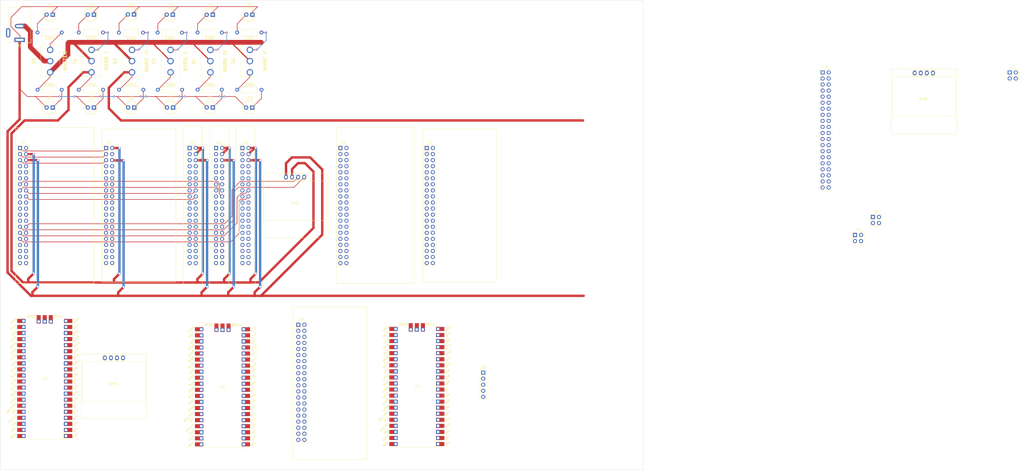
<source format=kicad_pcb>
(kicad_pcb (version 20211014) (generator pcbnew)
  (layers (0 "F.Cu" signal) (31 "B.Cu" signal) (34 "B.Paste" user) (35 "F.Paste" user) (36 "B.SilkS" user "B.Silkscreen") (37 "F.SilkS" user "F.Silkscreen") (38 "B.Mask" user) (39 "F.Mask" user) (44 "Edge.Cuts" user))
  (net 0 "")
  (net 1 "Net-(Brd1-Pad4)")
  (net 2 "Net-(Brd1-Pad3)")
  (net 3 "Net-(Brd1-Pad1)")
  (net 4 "VBUS")
  (net 5 "/SDA 02")
  (net 6 "/SCL 02")
  (net 7 "GND")
  (net 8 "Net-(D1-Pad2)")
  (net 9 "Net-(D2-Pad1)")
  (net 10 "Net-(D3-Pad2)")
  (net 11 "Net-(D4-Pad1)")
  (net 12 "Net-(D5-Pad2)")
  (net 13 "Net-(D6-Pad1)")
  (net 14 "Net-(D7-Pad2)")
  (net 15 "Net-(D8-Pad2)")
  (net 16 "Net-(D9-Pad1)")
  (net 17 "Net-(D10-Pad2)")
  (net 18 "Net-(D11-Pad1)")
  (net 19 "Net-(D13-Pad1)")
  (net 20 "/3.3V")
  (net 22 "/SDA 01")
  (net 23 "/SCL 01")
  (net 30 "/GPIO 27")
  (net 32 "/GPIO 22")
  (net 33 "/GPIO 23")
  (net 35 "/GPIO 24")
  (net 44 "/GPIO 5")
  (net 46 "/GPIO 6")
  (net 69 "/SPI0 MOSI")
  (net 71 "/SPI0 MISO")
  (net 73 "/SPI0 SCLK")
  (net 74 "/Chip Select")
  (net 194 "Net-(J7-Pad1)")
  (net 195 "Net-(J7-Pad2)")
  (net 196 "Net-(J7-Pad3)")
  (net 197 "Net-(J7-Pad4)")
  (net 198 "Net-(J8-Pad1)")
  (net 199 "Net-(J8-Pad2)")
  (net 200 "Net-(J8-Pad3)")
  (net 201 "Net-(J8-Pad4)")
  (net 240 "Net-(J10-Pad1)")
  (net 241 "Net-(J10-Pad2)")
  (net 242 "Net-(J10-Pad3)")
  (net 243 "Net-(J10-Pad4)")
  (net 244 "Net-(J11-Pad1)")
  (net 245 "Net-(J11-Pad2)")
  (net 246 "Net-(J11-Pad3)")
  (net 317 "Net-(R1-Pad2)")
  (net 318 "Net-(R3-Pad2)")
  (net 319 "Net-(R5-Pad2)")
  (net 320 "Net-(R7-Pad2)")
  (net 321 "Net-(R9-Pad2)")
  (net 322 "Net-(R10-Pad2)")
  (net 406 "Net-(U3-Pad21)")
  (net 407 "Net-(U3-Pad22)")
  (net 422 "Net-(J14-Pad1)")
  (net 423 "Net-(U3-Pad38)")
  (footprint "LED_THT:LED_D5.0mm" (layer "F.Cu") (at 119.194137 22.4802 180)
    (fp_text reference "D10")
    (fp_text value "LED")
  )
  (footprint "Connector_PinHeader_2.54mm:PinHeader_2x20_P2.54mm_Vertical" (layer "F.Cu") (at 21.844 78.4225)
    (fp_text reference "J2")
    (fp_text value "Raspberry Pi Zero W2")
  )
  (footprint "M2012SA1W03:M2012SA1W03" (layer "F.Cu") (at 84.9122 37.262 180)
    (fp_text reference "S2")
    (fp_text value "MARK II" hide)
  )
  (footprint "Pico:RPi_Pico_SMD_TH" (layer "F.Cu") (at 106.68 178.5595 180)
    (fp_text reference "U3")
    (fp_text value "Pico")
  )
  (footprint "LED_THT:LED_D5.0mm" (layer "F.Cu") (at 119.126 61.4438 180)
    (fp_text reference "D13")
    (fp_text value "LED")
  )
  (footprint "SSD1306:128x64OLED" (layer "F.Cu") (at 400.274 57.556)
    (fp_text reference "Brd3")
    (fp_text value "SSD1306")
  )
  (footprint "SSD1306:128x64OLED" (layer "F.Cu") (at 60.9902 177.011)
    (fp_text reference "Brd1")
    (fp_text value "SSD1306")
  )
  (footprint "Resistor_THT:R_Axial_DIN0207_L6.3mm_D2.5mm_P10.16mm_Horizontal" (layer "F.Cu") (at 63.332931 53.9654)
    (fp_text reference "R4")
    (fp_text value "330Ω")
  )
  (footprint "Connector_PinHeader_2.54mm:PinHeader_2x20_P2.54mm_Vertical" (layer "F.Cu") (at 92.9235 78.4225)
    (fp_text reference "J12")
    (fp_text value "Pimoroni BLINKT!")
  )
  (footprint "Resistor_THT:R_Axial_DIN0207_L6.3mm_D2.5mm_P10.16mm_Horizontal" (layer "F.Cu") (at 46.453929 53.9654)
    (fp_text reference "R2")
    (fp_text value "330Ω")
  )
  (footprint "Resistor_THT:R_Axial_DIN0207_L6.3mm_D2.5mm_P10.16mm_Horizontal" (layer "F.Cu") (at 29.167427 29.9586)
    (fp_text reference "R9")
    (fp_text value "330Ω")
  )
  (footprint "Connector_PinHeader_2.54mm:PinHeader_2x20_P2.54mm_Vertical" (layer "F.Cu") (at 103.9725 78.4225)
    (fp_text reference "J13")
    (fp_text value "Pimoroni BLINKT!")
  )
  (footprint "Resistor_THT:R_Axial_DIN0207_L6.3mm_D2.5mm_P10.16mm_Horizontal" (layer "F.Cu") (at 79.502 30.024)
    (fp_text reference "R3")
    (fp_text value "330Ω")
  )
  (footprint "Connector_PinHeader_2.54mm:PinHeader_2x20_P2.54mm_Vertical" (layer "F.Cu") (at 57.912 78.4225)
    (fp_text reference "J4")
    (fp_text value "Adafruit CharliePlex Bonnet")
  )
  (footprint "LED_THT:LED_D5.0mm" (layer "F.Cu") (at 85.951887 61.4438 180)
    (fp_text reference "D6")
    (fp_text value "LED")
  )
  (footprint "Connector_PinHeader_2.54mm:PinHeader_2x20_P2.54mm_Vertical" (layer "F.Cu") (at 156.055 78.411)
    (fp_text reference "J3")
    (fp_text value "Raspberry Pi Zero W2")
  )
  (footprint "Connector_PinHeader_2.54mm:PinHeader_2x20_P2.54mm_Vertical" (layer "F.Cu") (at 358.089 46.721)
    (fp_text reference "J9")
    (fp_text value "Pimoroni Inky pHAT")
  )
  (footprint "Resistor_THT:R_Axial_DIN0207_L6.3mm_D2.5mm_P10.16mm_Horizontal" (layer "F.Cu") (at 79.596887 53.9654)
    (fp_text reference "R6")
    (fp_text value "330Ω")
  )
  (footprint "M2012SA1W03:M2012SA1W03" (layer "F.Cu") (at 101.600398 37.262 180)
    (fp_text reference "S4")
    (fp_text value "MARK IV" hide)
  )
  (footprint "Resistor_THT:R_Axial_DIN0207_L6.3mm_D2.5mm_P10.16mm_Horizontal" (layer "F.Cu") (at 29.167427 53.9654)
    (fp_text reference "R11")
    (fp_text value "330Ω")
  )
  (footprint "Pico:RPi_Pico_SMD_TH" (layer "F.Cu") (at 32.2072 175.059 180)
    (fp_text reference "U2")
    (fp_text value "Pico")
  )
  (footprint "LED_THT:LED_D5.0mm" (layer "F.Cu") (at 69.596 22.404 180)
    (fp_text reference "D5")
    (fp_text value "LED")
  )
  (footprint "LED_THT:LED_D5.0mm" (layer "F.Cu") (at 52.808929 61.4438 180)
    (fp_text reference "D2")
    (fp_text value "LED")
  )
  (footprint "Connector_PinHeader_2.54mm:PinHeader_2x02_P2.54mm_Vertical" (layer "F.Cu") (at 371.639 114.891)
    (fp_text reference "J10")
    (fp_text value "DEBUG PINS")
  )
  (footprint "Resistor_THT:R_Axial_DIN0207_L6.3mm_D2.5mm_P10.16mm_Horizontal" (layer "F.Cu") (at 96.242835 29.984)
    (fp_text reference "R7")
    (fp_text value "330Ω")
  )
  (footprint "Resistor_THT:R_Axial_DIN0207_L6.3mm_D2.5mm_P10.16mm_Horizontal" (layer "F.Cu") (at 96.242835 53.94)
    (fp_text reference "R8")
    (fp_text value "330Ω")
  )
  (footprint "LED_THT:LED_D5.0mm" (layer "F.Cu") (at 69.687931 61.4438 180)
    (fp_text reference "D4")
    (fp_text value "LED")
  )
  (footprint "LED_THT:LED_D5.0mm" (layer "F.Cu") (at 85.852 22.4802 180)
    (fp_text reference "D3")
    (fp_text value "LED")
  )
  (footprint "Connector_PinHeader_2.54mm:PinHeader_2x20_P2.54mm_Vertical" (layer "F.Cu") (at 138.425 152.532)
    (fp_text reference "J14")
    (fp_text value "Adafruit Charlieplex Bonnet")
  )
  (footprint "LED_THT:LED_D5.0mm" (layer "F.Cu") (at 35.522427 61.4438 180)
    (fp_text reference "D11")
    (fp_text value "LED")
  )
  (footprint "Connector_PinHeader_2.54mm:PinHeader_2x20_P2.54mm_Vertical" (layer "F.Cu") (at 115.0215 78.4225)
    (fp_text reference "J6")
    (fp_text value "Pimoroni BLINKT!")
  )
  (footprint "Resistor_THT:R_Axial_DIN0207_L6.3mm_D2.5mm_P10.16mm_Horizontal" (layer "F.Cu") (at 112.839137 53.9654)
    (fp_text reference "R12")
    (fp_text value "330Ω")
  )
  (footprint "Connector_PinHeader_2.54mm:PinHeader_2x02_P2.54mm_Vertical" (layer "F.Cu") (at 436.459 46.721)
    (fp_text reference "J7")
    (fp_text value "DEBUG PINS")
  )
  (footprint "Resistor_THT:R_Axial_DIN0207_L6.3mm_D2.5mm_P10.16mm_Horizontal" (layer "F.Cu") (at 112.839137 29.9586)
    (fp_text reference "R10")
    (fp_text value "330Ω")
  )
  (footprint "SSD1306:128x64OLED" (layer "F.Cu") (at 136.906 101.1975)
    (fp_text reference "Brd2")
    (fp_text value "SSD1306")
  )
  (footprint "Connector_PinHeader_2.54mm:PinHeader_2x20_P2.54mm_Vertical" (layer "F.Cu") (at 192.25 78.411)
    (fp_text reference "J5")
    (fp_text value "Adafruit CharliePlex Bonnet")
  )
  (footprint "LED_THT:LED_D5.0mm" (layer "F.Cu") (at 52.808929 22.4802 180)
    (fp_text reference "D1")
    (fp_text value "LED")
  )
  (footprint "M2012SA1W03:M2012SA1W03" (layer "F.Cu") (at 68.767975 37.262 180)
    (fp_text reference "S3")
    (fp_text value "MARK III" hide)
  )
  (footprint "Connector_BarrelJack:BarrelJack_Wuerth_6941xx301002" (layer "F.Cu") (at 21.682 33.072 180)
    (fp_text reference "J1")
    (fp_text value "Barrel_Jack")
  )
  (footprint "Resistor_THT:R_Axial_DIN0207_L6.3mm_D2.5mm_P10.16mm_Horizontal" (layer "F.Cu") (at 46.453929 29.9586)
    (fp_text reference "R1")
    (fp_text value "330Ω")
  )
  (footprint "Pico:RPi_Pico_SMD_TH" (layer "F.Cu") (at 188.087 178.426 180)
    (fp_text reference "U1")
    (fp_text value "Pico")
  )
  (footprint "LED_THT:LED_D5.0mm" (layer "F.Cu") (at 35.522427 22.4802 180)
    (fp_text reference "D8")
    (fp_text value "LED")
  )
  (footprint "LED_THT:LED_D5.0mm" (layer "F.Cu") (at 102.597835 22.531 180)
    (fp_text reference "D7")
    (fp_text value "LED")
  )
  (footprint "M2012SA1W03:M2012SA1W03" (layer "F.Cu") (at 34.484402 37.262 180)
    (fp_text reference "S5")
    (fp_text value "MASTER" hide)
  )
  (footprint "M2012SA1W03:M2012SA1W03" (layer "F.Cu") (at 51.809004 37.262 180)
    (fp_text reference "S1")
    (fp_text value "MARK I" hide)
  )
  (footprint "Connector_PinHeader_2.54mm:PinHeader_2x02_P2.54mm_Vertical" (layer "F.Cu") (at 379.139 107.341)
    (fp_text reference "J8")
    (fp_text value "DEBUG Pins")
  )
  (footprint "M2012SA1W03:M2012SA1W03" (layer "F.Cu") (at 118.152 37.262 180)
    (fp_text reference "S6")
    (fp_text value "MARK V" hide)
  )
  (footprint "LED_THT:LED_D5.0mm" (layer "F.Cu") (at 102.597835 61.393 180)
    (fp_text reference "D9")
    (fp_text value "LED")
  )
  (footprint "Connector_PinHeader_2.54mm:PinHeader_1x05_P2.54mm_Vertical" (layer "F.Cu") (at 215.9 172.598)
    (fp_text reference "J11")
    (fp_text value "Conn_01x05_Male")
  )
  (footprint "Resistor_THT:R_Axial_DIN0207_L6.3mm_D2.5mm_P10.16mm_Horizontal" (layer "F.Cu") (at 63.246 30.024)
    (fp_text reference "R5")
    (fp_text value "330Ω")
  )
  (gr_rect (start 112.296 69.464) (end 120.297 135.631) (layer "F.SilkS") (width 0.15) (fill none))
  (gr_rect (start 90.198 69.464) (end 98.199 135.631) (layer "F.SilkS") (width 0.15) (fill none))
  (gr_rect (start 154.305 69.897) (end 187.071 135.175) (layer "F.SilkS") (width 0.15) (fill none))
  (gr_rect (start 136.144 145.034) (end 167.132 209.042) (layer "F.SilkS") (width 0.15) (fill none))
  (gr_rect (start 20.094 69.9085) (end 52.86 135.1865) (layer "F.SilkS") (width 0.15) (fill none))
  (gr_rect (start 101.247 69.464) (end 109.248 135.631) (layer "F.SilkS") (width 0.15) (fill none))
  (gr_rect (start 56.162 70.5435) (end 87.15 134.5515) (layer "F.SilkS") (width 0.15) (fill none))
  (gr_rect (start 190.5 70.532) (end 221.488 134.54) (layer "F.SilkS") (width 0.15) (fill none))
  (gr_rect (start 13.5128 16.391) (end 283.0068 213.368) (layer "Edge.Cuts") (width 0.1) (fill none))
  (gr_text "MASTER" (at 40.741602 41.962001 90) (layer "F.SilkS") (effects (font (size 1.5 1.5) (thickness 0.3))))
  (gr_text "MARK I" (at 58.040804 41.962001 90) (layer "F.SilkS") (effects (font (size 1.5 1.5) (thickness 0.3))))
  (gr_text "MARK II" (at 91.186 41.962001 90) (layer "F.SilkS") (effects (font (size 1.5 1.5) (thickness 0.3))))
  (gr_text "MARK IV" (at 107.797998 41.962001 90) (layer "F.SilkS") (effects (font (size 1.5 1.5) (thickness 0.3))))
  (gr_text "MARK V" (at 124.4092 41.962001 90) (layer "F.SilkS") (effects (font (size 1.5 1.5) (thickness 0.3))))
  (gr_text "MARK III" (at 74.93 41.962 90) (layer "F.SilkS") (effects (font (size 1.5 1.5) (thickness 0.3))))
  (segment (start 77.0382 34.088) (end 76.962 34.088) (width 0.25) (layer "F.Cu") (net 4))
  (segment (start 98.453 78.3655) (end 98.0605 78.3655) (width 1) (layer "F.Cu") (net 4))
  (segment (start 42.164 62.409) (end 37.719 66.854) (width 1) (layer "F.Cu") (net 4))
  (segment (start 23.142 134.8055) (end 25.301 134.8055) (width 1) (layer "F.Cu") (net 4))
  (segment (start 41.91 39.236402) (end 41.91 34.536402) (width 2) (layer "F.Cu") (net 4))
  (segment (start 95.405 78.3705) (end 98.448 78.3705) (width 1) (layer "F.Cu") (net 4))
  (segment (start 34.484402 41.962) (end 32.004 41.962) (width 2) (layer "F.Cu") (net 4))
  (segment (start 101.600398 46.662) (end 101.600398 48.582437) (width 0.25) (layer "F.Cu") (net 4))
  (segment (start 23.749 66.854) (end 18.288 72.315) (width 1) (layer "F.Cu") (net 4))
  (segment (start 144.78 111.9455) (end 144.78 88.3235) (width 1) (layer "F.Cu") (net 4))
  (segment (start 93.726398 34.088) (end 93.472 34.088) (width 0.25) (layer "F.Cu") (net 4))
  (segment (start 106.581 78.3705) (end 109.624 78.3705) (width 1) (layer "F.Cu") (net 4))
  (segment (start 44.45 34.602996) (end 44.45 34.088) (width 0.25) (layer "F.Cu") (net 4))
  (segment (start 107.343 133.345) (end 109.629 131.059) (width 1) (layer "F.Cu") (net 4))
  (segment (start 60.893975 34.088) (end 59.69 34.088) (width 0.25) (layer "F.Cu") (net 4))
  (segment (start 59.055 53.138) (end 59.055 61.774) (width 1) (layer "F.Cu") (net 4))
  (segment (start 141.224 84.7675) (end 138.303 84.7675) (width 1) (layer "F.Cu") (net 4))
  (segment (start 76.962 34.088) (end 93.472 34.088) (width 2) (layer "F.Cu") (net 4))
  (segment (start 117.63 78.3705) (end 120.673 78.3705) (width 1) (layer "F.Cu") (net 4))
  (segment (start 127.254 66.854) (end 257.683 66.854) (width 1) (layer "F.Cu") (net 4))
  (segment (start 27.333 134.8055) (end 118.138 134.8055) (width 1) (layer "F.Cu") (net 4))
  (segment (start 118.392 133.345) (end 118.392 134.7535) (width 1) (layer "F.Cu") (net 4))
  (segment (start 34.484402 46.662) (end 41.91 39.236402) (width 2) (layer "F.Cu") (net 4))
  (segment (start 68.767975 48.632025) (end 63.4346 53.9654) (width 0.25) (layer "F.Cu") (net 4))
  (segment (start 107.343 134.7535) (end 107.343 133.345) (width 1) (layer "F.Cu") (net 4))
  (segment (start 41.91 34.469) (end 42.291 34.088) (width 2) (layer "F.Cu") (net 4))
  (segment (start 25.301 133.2815) (end 27.587 130.9955) (width 1) (layer "F.Cu") (net 4))
  (segment (start 84.9122 41.962) (end 77.0382 34.088) (width 0.5) (layer "F.Cu") (net 4))
  (segment (start 96.167 133.345) (end 98.453 131.059) (width 1) (layer "F.Cu") (net 4))
  (segment (start 24.389 80.9575) (end 24.384 80.9625) (width 1) (layer "F.Cu") (net 4))
  (segment (start 51.809004 46.662) (end 48.386 46.662) (width 1) (layer "F.Cu") (net 4))
  (segment (start 61.214 133.397) (end 63.5 131.111) (width 1) (layer "F.Cu") (net 4))
  (segment (start 109.22 34.088) (end 122.936 34.088) (width 2) (layer "F.Cu") (net 4))
  (segment (start 59.055 61.774) (end 64.135 66.854) (width 1) (layer "F.Cu") (net 4))
  (segment (start 93.472 34.088) (end 109.22 34.088) (width 2) (layer "F.Cu") (net 4))
  (segment (start 68.767975 41.962) (end 60.893975 34.088) (width 1) (layer "F.Cu") (net 4))
  (segment (start 63.4346 53.9654) (end 63.332931 53.9654) (width 0.25) (layer "F.Cu") (net 4))
  (segment (start 48.386 46.662) (end 42.164 52.884) (width 1) (layer "F.Cu") (net 4))
  (segment (start 121.972 134.7535) (end 144.78 111.9455) (width 1) (layer "F.Cu") (net 4))
  (segment (start 32.004 41.962) (end 26.162 36.12) (width 2) (layer "F.Cu") (net 4))
  (segment (start 120.678 78.3655) (end 120.1585 78.3655) (width 1) (layer "F.Cu") (net 4))
  (segment (start 42.291 34.088) (end 44.45 34.088) (width 2) (layer "F.Cu") (net 4))
  (segment (start 61.214 134.8055) (end 61.214 133.397) (width 1) (layer "F.Cu") (net 4))
  (segment (start 109.1095 78.3655) (end 106.5125 80.9625) (width 1) (layer "F.Cu") (net 4))
  (segment (start 60.452 78.4225) (end 63.495 78.4225) (width 1) (layer "F.Cu") (net 4))
  (segment (start 118.152 48.652537) (end 112.839137 53.9654) (width 0.25) (layer "F.Cu") (net 4))
  (segment (start 135.826 87.2445) (end 135.826 90.5975) (width 1) (layer "F.Cu") (net 4))
  (segment (start 27.564 80.9575) (end 24.389 80.9575) (width 1) (layer "F.Cu") (net 4))
  (segment (start 51.809004 46.662) (end 51.809004 48.610325) (width 0.25) (layer "F.Cu") (net 4))
  (segment (start 47.498 34.088) (end 59.69 34.088) (width 2) (layer "F.Cu") (net 4))
  (segment (start 84.9122 46.662) (end 84.9122 48.650087) (width 0.25) (layer "F.Cu") (net 4))
  (segment (start 110.278 34.088) (end 109.22 34.088) (width 0.25) (layer "F.Cu") (net 4))
  (segment (start 120.1585 78.3655) (end 117.5615 80.9625) (width 1) (layer "F.Cu") (net 4))
  (segment (start 84.9122 48.650087) (end 79.596887 53.9654) (width 0.25) (layer "F.Cu") (net 4))
  (segment (start 64.135 66.854) (end 127.254 66.854) (width 1) (layer "F.Cu") (net 4))
  (segment (start 118.152 41.962) (end 110.278 34.088) (width 0.5) (layer "F.Cu") (net 4))
  (segment (start 37.719 66.854) (end 23.749 66.854) (width 1) (layer "F.Cu") (net 4))
  (segment (start 41.91 34.536402) (end 41.91 34.469) (width 0.25) (layer "F.Cu") (net 4))
  (segment (start 59.69 34.088) (end 64.262 34.088) (width 2) (layer "F.Cu") (net 4))
  (segment (start 18.288 72.315) (end 18.288 129.9515) (width 1) (layer "F.Cu") (net 4))
  (segment (start 98.0605 78.3655) (end 95.4635 80.9625) (width 1) (layer "F.Cu") (net 4))
  (segment (start 25.301 134.8055) (end 27.333 134.8055) (width 1) (layer "F.Cu") (net 4))
  (segment (start 96.167 134.7535) (end 96.167 133.345) (width 1) (layer "F.Cu") (net 4))
  (segment (start 51.809004 48.610325) (end 46.453929 53.9654) (width 0.25) (layer "F.Cu") (net 4))
  (segment (start 25.301 134.8055) (end 25.301 133.2815) (width 1) (layer "F.Cu") (net 4))
  (segment (start 144.78 88.3235) (end 141.224 84.7675) (width 1) (layer "F.Cu") (net 4))
  (segment (start 120.678 131.059) (end 118.392 133.345) (width 1) (layer "F.Cu") (net 4))
  (segment (start 64.262 34.088) (end 76.962 34.088) (width 2) (layer "F.Cu") (net 4))
  (segment (start 101.600398 48.582437) (end 96.242835 53.94) (width 0.25) (layer "F.Cu") (net 4))
  (segment (start 138.303 84.7675) (end 135.826 87.2445) (width 1) (layer "F.Cu") (net 4))
  (segment (start 26.162 29.516) (end 23.918 27.272) (width 2) (layer "F.Cu") (net 4))
  (segment (start 42.164 52.884) (end 42.164 62.409) (width 1) (layer "F.Cu") (net 4))
  (segment (start 60.457 78.4175) (end 60.452 78.4225) (width 1) (layer "F.Cu") (net 4))
  (segment (start 34.484402 46.662) (end 34.484402 48.648425) (width 0.25) (layer "F.Cu") (net 4))
  (segment (start 101.600398 41.962) (end 93.726398 34.088) (width 0.5) (layer "F.Cu") (net 4))
  (segment (start 118.152 46.662) (end 118.152 48.652537) (width 0.25) (layer "F.Cu") (net 4))
  (segment (start 34.484402 48.648425) (end 29.167427 53.9654) (width 0.25) (layer "F.Cu") (net 4))
  (segment (start 51.809004 41.962) (end 44.45 34.602996) (width 1) (layer "F.Cu") (net 4))
  (segment (start 44.45 34.088) (end 47.498 34.088) (width 2) (layer "F.Cu") (net 4))
  (segment (start 23.918 27.272) (end 21.682 27.272) (width 2) (layer "F.Cu") (net 4))
  (segment (start 118.392 134.7535) (end 121.972 134.7535) (width 1) (layer "F.Cu") (net 4))
  (segment (start 65.531 46.662) (end 59.055 53.138) (width 1) (layer "F.Cu") (net 4))
  (segment (start 68.767975 46.662) (end 65.531 46.662) (width 1) (layer "F.Cu") (net 4))
  (segment (start 18.288 129.9515) (end 23.142 134.8055) (width 1) (layer "F.Cu") (net 4))
  (segment (start 26.162 36.12) (end 26.162 29.516) (width 2) (layer "F.Cu") (net 4))
  (segment (start 109.629 78.3655) (end 109.1095 78.3655) (width 1) (layer "F.Cu") (net 4))
  (segment (start 68.767975 46.662) (end 68.767975 48.632025) (width 0.25) (layer "F.Cu") (net 4))
  (via (at 63.5 78.4175) (size 1) (drill 0.8) (layers "F.Cu" "B.Cu") (net 4))
  (via (at 27.587 130.9955) (size 1) (drill 0.8) (layers "F.Cu" "B.Cu") (net 4))
  (via (at 98.453 78.3655) (size 1) (drill 0.8) (layers "F.Cu" "B.Cu") (net 4))
  (via (at 63.5 131.111) (size 1) (drill 0.8) (layers "F.Cu" "B.Cu") (net 4))
  (via (at 120.678 78.3655) (size 1) (drill 0.8) (layers "F.Cu" "B.Cu") (net 4))
  (via (at 98.425 130.9955) (size 1) (drill 0.8) (layers "F.Cu" "B.Cu") (net 4))
  (via (at 109.629 78.3655) (size 1) (drill 0.8) (layers "F.Cu" "B.Cu") (net 4))
  (via (at 109.601 130.9955) (size 1) (drill 0.8) (layers "F.Cu" "B.Cu") (net 4))
  (via (at 27.564 80.9575) (size 1) (drill 0.8) (layers "F.Cu" "B.Cu") (net 4))
  (via (at 120.65 130.9955) (size 1) (drill 0.8) (layers "F.Cu" "B.Cu") (net 4))
  (segment (start 27.587 130.9955) (end 27.587 80.9805) (width 1) (layer "B.Cu") (net 4))
  (segment (start 109.629 131.059) (end 109.629 78.3655) (width 1) (layer "B.Cu") (net 4))
  (segment (start 27.587 80.9805) (end 27.564 80.9575) (width 1) (layer "B.Cu") (net 4))
  (segment (start 63.5 131.111) (end 63.5 78.4175) (width 1) (layer "B.Cu") (net 4))
  (segment (start 120.678 131.059) (end 120.678 78.3655) (width 1) (layer "B.Cu") (net 4))
  (segment (start 98.453 131.059) (end 98.453 78.3655) (width 1) (layer "B.Cu") (net 4))
  (segment (start 111.633 108.2625) (end 111.633 96.5785) (width 0.25) (layer "F.Cu") (net 5))
  (segment (start 107.188 112.7075) (end 111.633 108.2625) (width 0.25) (layer "F.Cu") (net 5))
  (segment (start 113.284 94.9275) (end 136.576 94.9275) (width 0.25) (layer "F.Cu") (net 5))
  (segment (start 111.633 96.5785) (end 113.284 94.9275) (width 0.25) (layer "F.Cu") (net 5))
  (segment (start 23.109 112.7075) (end 107.188 112.7075) (width 0.25) (layer "F.Cu") (net 5))
  (segment (start 136.576 94.9275) (end 140.906 90.5975) (width 0.25) (layer "F.Cu") (net 5))
  (segment (start 21.844 111.4425) (end 23.109 112.7075) (width 0.25) (layer "F.Cu") (net 5))
  (segment (start 114.173 92.3875) (end 136.576 92.3875) (width 0.25) (layer "F.Cu") (net 6))
  (segment (start 136.576 92.3875) (end 138.366 90.5975) (width 0.25) (layer "F.Cu") (net 6))
  (segment (start 25.659 110.1675) (end 107.569 110.1675) (width 0.25) (layer "F.Cu") (net 6))
  (segment (start 110.617 107.1195) (end 110.617 95.9435) (width 0.25) (layer "F.Cu") (net 6))
  (segment (start 107.569 110.1675) (end 110.617 107.1195) (width 0.25) (layer "F.Cu") (net 6))
  (segment (start 24.384 111.4425) (end 25.659 110.1675) (width 0.25) (layer "F.Cu") (net 6))
  (segment (start 110.617 95.9435) (end 114.173 92.3875) (width 0.25) (layer "F.Cu") (net 6))
  (segment (start 29.4005 83.486) (end 26.2255 83.486) (width 1) (layer "F.Cu") (net 7))
  (segment (start 28.359627 56.821) (end 27.94 56.821) (width 0.25) (layer "F.Cu") (net 7))
  (segment (start 50.268929 61.4438) (end 45.646129 56.821) (width 0.25) (layer "F.Cu") (net 7))
  (segment (start 16.637 130.6145) (end 26.416 140.3935) (width 1) (layer "F.Cu") (net 7))
  (segment (start 85.951887 21.288113) (end 88.138 19.102) (width 0.25) (layer "F.Cu") (net 7))
  (segment (start 21.682 53.611) (end 21.682 66.381) (width 1) (layer "F.Cu") (net 7))
  (segment (start 95.504 56.839165) (end 95.504 56.821) (width 0.25) (layer "F.Cu") (net 7))
  (segment (start 257.9305 140.3935) (end 257.937 140.387) (width 1) (layer "F.Cu") (net 7))
  (segment (start 64.5465 83.618) (end 60.297 83.618) (width 1) (layer "F.Cu") (net 7))
  (segment (start 99.314 56.821) (end 105.41 56.821) (width 0.25) (layer "F.Cu") (net 7))
  (segment (start 97.917 138.9215) (end 100.203 136.6355) (width 1) (layer "F.Cu") (net 7))
  (segment (start 65.3135 83.6015) (end 62.1385 83.6015) (width 1) (layer "F.Cu") (net 7))
  (segment (start 16.637 71.426) (end 16.637 130.6145) (width 1) (layer "F.Cu") (net 7))
  (segment (start 22.606 19.102) (end 37.592 19.102) (width 0.25) (layer "F.Cu") (net 7))
  (segment (start 111.4425 83.5495) (end 108.2675 83.5495) (width 1) (layer "F.Cu") (net 7))
  (segment (start 109.093 140.3415) (end 109.093 138.9215) (width 1) (layer "F.Cu") (net 7))
  (segment (start 110.6755 83.566) (end 106.426 83.566) (width 1) (layer "F.Cu") (net 7))
  (segment (start 88.138 19.102) (end 104.902 19.102) (width 0.25) (layer "F.Cu") (net 7))
  (segment (start 120.142 140.3415) (end 120.142 138.9215) (width 1) (layer "F.Cu") (net 7))
  (segment (start 35.522427 22.4802) (end 35.522427 21.171573) (width 0.25) (layer "F.Cu") (net 7))
  (segment (start 44.704 56.821) (end 55.626 56.821) (width 0.25) (layer "F.Cu") (net 7))
  (segment (start 85.951887 22.4802) (end 85.951887 21.288113) (width 0.25) (layer "F.Cu") (net 7))
  (segment (start 67.147931 61.4438) (end 62.525131 56.821) (width 0.25) (layer "F.Cu") (net 7))
  (segment (start 148.463 114.7395) (end 148.463 87.4345) (width 1) (layer "F.Cu") (net 7))
  (segment (start 78.789087 56.821) (end 78.359 56.821) (width 0.25) (layer "F.Cu") (net 7))
  (segment (start 109.093 138.9215) (end 111.379 136.6355) (width 1) (layer "F.Cu") (net 7))
  (segment (start 62.964 140.3935) (end 62.964 138.9735) (width 1) (layer "F.Cu") (net 7))
  (segment (start 120.09 140.3935) (end 120.142 140.3415) (width 1) (layer "F.Cu") (net 7))
  (segment (start 52.808929 22.4802) (end 52.808929 21.157071) (width 0.25) (layer "F.Cu") (net 7))
  (segment (start 18.034 23.674) (end 22.606 19.102) (width 0.25) (layer "F.Cu") (net 7))
  (segment (start 21.682 66.381) (end 16.637 71.426) (width 1) (layer "F.Cu") (net 7))
  (segment (start 74.549 56.821) (end 78.359 56.821) (width 0.25) (layer "F.Cu") (net 7))
  (segment (start 62.484 56.821) (end 72.517 56.821) (width 0.25) (layer "F.Cu") (net 7))
  (segment (start 28.6385 83.4975) (end 28.6335 83.5025) (width 1) (layer "F.Cu") (net 7))
  (segment (start 27.051 138.858) (end 29.337 136.572) (width 1) (layer "F.Cu") (net 7))
  (segment (start 69.687931 22.4802) (end 69.687931 21.296069) (width 0.25) (layer "F.Cu") (net 7))
  (segment (start 100.2665 83.5495) (end 97.0915 83.5495) (width 1) (layer "F.Cu") (net 7))
  (segment (start 27.051 140.382) (end 27.051 138.858) (width 1) (layer "F.Cu") (net 7))
  (segment (start 26.416 140.3935) (end 120.09 140.3935) (width 1) (layer "F.Cu") (net 7))
  (segment (start 69.687931 21.296069) (end 71.882 19.102) (width 0.25) (layer "F.Cu") (net 7))
  (segment (start 24.892 56.821) (end 21.682 53.611) (width 0.25) (layer "F.Cu") (net 7))
  (segment (start 32.982427 61.4438) (end 28.359627 56.821) (width 0.25) (layer "F.Cu") (net 7))
  (segment (start 143.383 82.3545) (end 135.763 82.3545) (width 1) (layer "F.Cu") (net 7))
  (segment (start 95.504 56.821) (end 99.314 56.821) (width 0.25) (layer "F.Cu") (net 7))
  (segment (start 21.893427 31.343427) (end 18.034 27.484) (width 0.25) (layer "F.Cu") (net 7))
  (segment (start 54.864 19.102) (end 71.882 19.102) (width 0.25) (layer "F.Cu") (net 7))
  (segment (start 35.522427 21.171573) (end 37.592 19.102) (width 0.25) (layer "F.Cu") (net 7))
  (segment (start 71.882 19.102) (end 88.138 19.102) (width 0.25) (layer "F.Cu") (net 7))
  (segment (start 21.682 53.611) (end 21.682 33.072) (width 1) (layer "F.Cu") (net 7))
  (segment (start 111.9632 56.821) (end 116.586 61.4438) (width 0.25) (layer "F.Cu") (net 7))
  (segment (start 38.354 56.821) (end 27.94 56.821) (width 0.25) (layer "F.Cu") (net 7))
  (segment (start 102.597835 21.406165) (end 104.902 19.102) (width 0.25) (layer "F.Cu") (net 7))
  (segment (start 120.09 140.3935) (end 122.809 140.3935) (width 1) (layer "F.Cu") (net 7))
  (segment (start 99.4995 83.566) (end 95.25 83.566) (width 1) (layer "F.Cu") (net 7))
  (segment (start 135.763 82.3545) (end 133.286 84.8315) (width 1) (layer "F.Cu") (net 7))
  (segment (start 21.893427 33.4022) (end 21.893427 31.343427) (width 0.25) (layer "F.Cu") (net 7))
  (segment (start 61.341 56.821) (end 62.484 56.821) (width 0.25) (layer "F.Cu") (net 7))
  (segment (start 122.809 140.3935) (end 257.9305 140.3935) (width 1) (layer "F.Cu") (net 7))
  (segment (start 148.463 87.4345) (end 143.383 82.3545) (width 1) (layer "F.Cu") (net 7))
  (segment (start 45.646129 56.821) (end 44.704 56.821) (width 0.25) (layer "F.Cu") (net 7))
  (segment (start 107.442 56.821) (end 111.9632 56.821) (width 0.25) (layer "F.Cu") (net 7))
  (segment (start 133.286 84.8315) (end 133.286 90.5975) (width 1) (layer "F.Cu") (net 7))
  (segment (start 102.597835 22.531) (end 102.597835 21.406165) (width 0.25) (layer "F.Cu") (net 7))
  (segment (start 119.194137 22.4802) (end 119.194137 21.319863) (width 0.25) (layer "F.Cu") (net 7))
  (segment (start 100.057835 61.393) (end 95.504 56.839165) (width 0.25) (layer "F.Cu") (net 7))
  (segment (start 122.4915 83.5495) (end 119.3165 83.5495) (width 1) (layer "F.Cu") (net 7))
  (segment (start 52.808929 21.157071) (end 54.864 19.102) (width 0.25) (layer "F.Cu") (net 7))
  (segment (start 121.412 19.102) (end 104.902 19.102) (width 0.25) (layer "F.Cu") (net 7))
  (segment (start 83.411887 61.4438) (end 78.789087 56.821) (width 0.25) (layer "F.Cu") (net 7))
  (segment (start 122.809 140.3935) (end 148.463 114.7395) (width 1) (layer "F.Cu") (net 7))
  (segment (start 62.964 138.9735) (end 65.25 136.6875) (width 1) (layer "F.Cu") (net 7))
  (segment (start 27.94 56.821) (end 24.892 56.821) (width 0.25) (layer "F.Cu") (net 7))
  (segment (start 62.525131 56.821) (end 62.484 56.821) (width 0.25) (layer "F.Cu") (net 7))
  (segment (start 90.805 56.821) (end 95.504 56.821) (width 0.25) (layer "F.Cu") (net 7))
  (segment (start 120.142 138.9215) (end 122.428 136.6355) (width 1) (layer "F.Cu") (net 7))
  (segment (start 18.034 27.484) (end 18.034 23.674) (width 0.25) (layer "F.Cu") (net 7))
  (segment (start 28.6335 83.5025) (end 24.384 83.5025) (width 1) (layer "F.Cu") (net 7))
  (segment (start 121.7245 83.566) (end 117.475 83.566) (width 1) (layer "F.Cu") (net 7))
  (segment (start 37.592 19.102) (end 54.864 19.102) (width 0.25) (layer "F.Cu") (net 7))
  (segment (start 119.194137 21.319863) (end 121.412 19.102) (width 0.25) (layer "F.Cu") (net 7))
  (segment (start 78.359 56.821) (end 88.773 56.821) (width 0.25) (layer "F.Cu") (net 7))
  (segment (start 97.917 140.3415) (end 97.917 138.9215) (width 1) (layer "F.Cu") (net 7))
  (via (at 111.379 136.595) (size 1) (drill 0.8) (layers "F.Cu" "B.Cu") (net 7))
  (via (at 55.626 56.821) (size 0.8) (drill 0.4) (layers "F.Cu" "B.Cu") (net 7))
  (via (at 29.337 136.5835) (size 1) (drill 0.8) (layers "F.Cu" "B.Cu") (net 7))
  (via (at 61.341 56.821) (size 0.8) (drill 0.4) (layers "F.Cu" "B.Cu") (net 7))
  (via (at 65.3135 83.6015) (size 1) (drill 0.8) (layers "F.Cu" "B.Cu") (net 7))
  (via (at 122.428 136.595) (size 1) (drill 0.8) (layers "F.Cu" "B.Cu") (net 7))
  (via (at 111.4425 83.5495) (size 1) (drill 0.8) (layers "F.Cu" "B.Cu") (net 7))
  (via (at 107.442 56.821) (size 0.8) (drill 0.4) (layers "F.Cu" "B.Cu") (net 7))
  (via (at 100.2665 83.5495) (size 1) (drill 0.8) (layers "F.Cu" "B.Cu") (net 7))
  (via (at 44.704 56.821) (size 0.8) (drill 0.4) (layers "F.Cu" "B.Cu") (net 7))
  (via (at 122.4915 83.5495) (size 1) (drill 0.8) (layers "F.Cu" "B.Cu") (net 7))
  (via (at 29.4005 83.486) (size 1) (drill 0.8) (layers "F.Cu" "B.Cu") (net 7))
  (via (at 88.773 56.821) (size 0.8) (drill 0.4) (layers "F.Cu" "B.Cu") (net 7))
  (via (at 74.549 56.821) (size 0.8) (drill 0.4) (layers "F.Cu" "B.Cu") (net 7))
  (via (at 72.517 56.821) (size 0.8) (drill 0.4) (layers "F.Cu" "B.Cu") (net 7))
  (via (at 100.203 136.595) (size 1) (drill 0.8) (layers "F.Cu" "B.Cu") (net 7))
  (via (at 90.805 56.821) (size 0.8) (drill 0.4) (layers "F.Cu" "B.Cu") (net 7))
  (via (at 38.354 56.821) (size 0.8) (drill 0.4) (layers "F.Cu" "B.Cu") (net 7))
  (via (at 105.41 56.821) (size 0.8) (drill 0.4) (layers "F.Cu" "B.Cu") (net 7))
  (via (at 65.278 136.7105) (size 1) (drill 0.8) (layers "F.Cu" "B.Cu") (net 7))
  (segment (start 111.379 136.6355) (end 111.379 86.6205) (width 1) (layer "B.Cu") (net 7))
  (segment (start 55.626 56.821) (end 61.341 56.821) (width 0.25) (layer "B.Cu") (net 7))
  (segment (start 72.517 56.821) (end 74.549 56.821) (width 0.25) (layer "B.Cu") (net 7))
  (segment (start 29.337 86.557) (end 29.337 83.486) (width 1) (layer "B.Cu") (net 7))
  (segment (start 100.203 86.6205) (end 100.203 83.5495) (width 1) (layer "B.Cu") (net 7))
  (segment (start 38.354 56.821) (end 44.704 56.821) (width 0.25) (layer "B.Cu") (net 7))
  (segment (start 65.25 86.6725) (end 65.25 83.6015) (width 1) (layer "B.Cu") (net 7))
  (segment (start 29.337 136.572) (end 29.337 86.557) (width 1) (layer "B.Cu") (net 7))
  (segment (start 65.25 136.6875) (end 65.25 86.6725) (width 1) (layer "B.Cu") (net 7))
  (segment (start 111.379 86.6205) (end 111.379 83.5495) (width 1) (layer "B.Cu") (net 7))
  (segment (start 100.203 136.6355) (end 100.203 86.6205) (width 1) (layer "B.Cu") (net 7))
  (segment (start 122.428 86.6205) (end 122.428 83.5495) (width 1) (layer "B.Cu") (net 7))
  (segment (start 122.428 136.6355) (end 122.428 86.6205) (width 1) (layer "B.Cu") (net 7))
  (segment (start 88.773 56.821) (end 90.805 56.821) (width 0.25) (layer "B.Cu") (net 7))
  (segment (start 105.41 56.821) (end 107.442 56.821) (width 0.25) (layer "B.Cu") (net 7))
  (segment (start 46.453929 29.9586) (end 46.453929 26.2952) (width 0.25) (layer "F.Cu") (net 8))
  (segment (start 46.453929 26.2952) (end 50.268929 22.4802) (width 0.25) (layer "F.Cu") (net 8))
  (segment (start 56.613929 53.9654) (end 56.613929 57.6388) (width 0.25) (layer "F.Cu") (net 9))
  (segment (start 56.613929 57.6388) (end 52.808929 61.4438) (width 0.25) (layer "F.Cu") (net 9))
  (segment (start 79.596887 26.2952) (end 83.411887 22.4802) (width 0.25) (layer "F.Cu") (net 10))
  (segment (start 79.596887 29.9586) (end 79.596887 26.2952) (width 0.25) (layer "F.Cu") (net 10))
  (segment (start 73.492931 57.6388) (end 69.687931 61.4438) (width 0.25) (layer "F.Cu") (net 11))
  (segment (start 73.492931 53.9654) (end 73.492931 57.6388) (width 0.25) (layer "F.Cu") (net 11))
  (segment (start 63.332931 26.127069) (end 67.056 22.404) (width 0.25) (layer "F.Cu") (net 12))
  (segment (start 63.332931 29.9586) (end 63.332931 26.127069) (width 0.25) (layer "F.Cu") (net 12))
  (segment (start 89.756887 57.6388) (end 85.951887 61.4438) (width 0.25) (layer "F.Cu") (net 13))
  (segment (start 89.756887 53.9654) (end 89.756887 57.6388) (width 0.25) (layer "F.Cu") (net 13))
  (segment (start 96.242835 26.346) (end 100.057835 22.531) (width 0.25) (layer "F.Cu") (net 14))
  (segment (start 96.242835 29.984) (end 96.242835 26.346) (width 0.25) (layer "F.Cu") (net 14))
  (segment (start 29.167427 26.2952) (end 32.982427 22.4802) (width 0.25) (layer "F.Cu") (net 15))
  (segment (start 29.167427 29.9586) (end 29.167427 26.2952) (width 0.25) (layer "F.Cu") (net 15))
  (segment (start 106.402835 57.588) (end 102.597835 61.393) (width 0.25) (layer "F.Cu") (net 16))
  (segment (start 106.402835 53.94) (end 106.402835 57.588) (width 0.25) (layer "F.Cu") (net 16))
  (segment (start 112.839137 29.9586) (end 112.839137 26.2952) (width 0.25) (layer "F.Cu") (net 17))
  (segment (start 112.839137 26.2952) (end 116.654137 22.4802) (width 0.25) (layer "F.Cu") (net 17))
  (segment (start 39.327427 57.6388) (end 35.522427 61.4438) (width 0.25) (layer "F.Cu") (net 18))
  (segment (start 39.327427 53.9654) (end 39.327427 57.6388) (width 0.25) (layer "F.Cu") (net 18))
  (segment (start 122.999137 53.9654) (end 122.999137 57.570663) (width 0.25) (layer "F.Cu") (net 19))
  (segment (start 122.999137 57.570663) (end 119.126 61.4438) (width 0.25) (layer "F.Cu") (net 19))
  (segment (start 56.647 79.6875) (end 57.912 78.4225) (width 0.25) (layer "F.Cu") (net 20))
  (segment (start 23.109 79.6875) (end 56.647 79.6875) (width 0.25) (layer "F.Cu") (net 20))
  (segment (start 21.844 78.4225) (end 23.109 79.6875) (width 0.25) (layer "F.Cu") (net 20))
  (segment (start 23.109 82.2275) (end 56.647 82.2275) (width 0.25) (layer "F.Cu") (net 22))
  (segment (start 21.844 80.9625) (end 23.109 82.2275) (width 0.25) (layer "F.Cu") (net 22))
  (segment (start 56.647 82.2275) (end 57.912 80.9625) (width 0.25) (layer "F.Cu") (net 22))
  (segment (start 56.647 84.7675) (end 57.912 83.5025) (width 0.25) (layer "F.Cu") (net 23))
  (segment (start 21.844 83.5025) (end 23.109 84.7675) (width 0.25) (layer "F.Cu") (net 23))
  (segment (start 23.109 84.7675) (end 56.647 84.7675) (width 0.25) (layer "F.Cu") (net 23))
  (segment (start 105.283 94.973) (end 106.5125 96.2025) (width 0.25) (layer "F.Cu") (net 30))
  (segment (start 23.119 92.3875) (end 104.549488 92.3875) (width 0.25) (layer "F.Cu") (net 30))
  (segment (start 104.549488 92.3875) (end 105.283 93.121012) (width 0.25) (layer "F.Cu") (net 30))
  (segment (start 21.844 93.6625) (end 23.119 92.3875) (width 0.25) (layer "F.Cu") (net 30))
  (segment (start 105.283 93.121012) (end 105.283 94.973) (width 0.25) (layer "F.Cu") (net 30))
  (segment (start 23.119 94.9275) (end 104.35851 94.9275) (width 0.25) (layer "F.Cu") (net 32))
  (segment (start 105.283 95.85199) (end 105.283 97.513) (width 0.25) (layer "F.Cu") (net 32))
  (segment (start 105.283 97.513) (end 106.5125 98.7425) (width 0.25) (layer "F.Cu") (net 32))
  (segment (start 104.35851 94.9275) (end 105.283 95.85199) (width 0.25) (layer "F.Cu") (net 32))
  (segment (start 21.844 96.2025) (end 23.119 94.9275) (width 0.25) (layer "F.Cu") (net 32))
  (segment (start 24.384 96.2025) (end 25.649 97.4675) (width 0.25) (layer "F.Cu") (net 33))
  (segment (start 94.1985 97.4675) (end 95.4635 96.2025) (width 0.25) (layer "F.Cu") (net 33))
  (segment (start 25.649 97.4675) (end 94.1985 97.4675) (width 0.25) (layer "F.Cu") (net 33))
  (segment (start 25.649 100.0075) (end 94.1985 100.0075) (width 0.25) (layer "F.Cu") (net 35))
  (segment (start 24.384 98.7425) (end 25.649 100.0075) (width 0.25) (layer "F.Cu") (net 35))
  (segment (start 94.1985 100.0075) (end 95.4635 98.7425) (width 0.25) (layer "F.Cu") (net 35))
  (segment (start 114.427 97.4675) (end 116.2965 97.4675) (width 0.25) (layer "F.Cu") (net 44))
  (segment (start 112.776 99.1185) (end 114.427 97.4675) (width 0.25) (layer "F.Cu") (net 44))
  (segment (start 21.844 113.9825) (end 23.109 115.2475) (width 0.25) (layer "F.Cu") (net 44))
  (segment (start 112.776 109.7865) (end 112.776 99.1185) (width 0.25) (layer "F.Cu") (net 44))
  (segment (start 116.2965 97.4675) (end 117.5615 96.2025) (width 0.25) (layer "F.Cu") (net 44))
  (segment (start 23.109 115.2475) (end 107.315 115.2475) (width 0.25) (layer "F.Cu") (net 44))
  (segment (start 107.315 115.2475) (end 112.776 109.7865) (width 0.25) (layer "F.Cu") (net 44))
  (segment (start 21.844 116.5225) (end 23.109 117.7875) (width 0.25) (layer "F.Cu") (net 46))
  (segment (start 113.665 100.6425) (end 114.3 100.0075) (width 0.25) (layer "F.Cu") (net 46))
  (segment (start 113.665 114.2315) (end 113.665 100.6425) (width 0.25) (layer "F.Cu") (net 46))
  (segment (start 114.3 100.0075) (end 116.2965 100.0075) (width 0.25) (layer "F.Cu") (net 46))
  (segment (start 116.2965 100.0075) (end 117.5615 98.7425) (width 0.25) (layer "F.Cu") (net 46))
  (segment (start 23.109 117.7875) (end 110.109 117.7875) (width 0.25) (layer "F.Cu") (net 46))
  (segment (start 110.109 117.7875) (end 113.665 114.2315) (width 0.25) (layer "F.Cu") (net 46))
  (segment (start 56.613929 29.9586) (end 58.6086 29.9586) (width 0.25) (layer "F.Cu") (net 317))
  (segment (start 58.6086 29.9586) (end 58.674 30.024) (width 0.25) (layer "F.Cu") (net 317))
  (segment (start 54.484 37.262) (end 54.61 37.136) (width 0.25) (layer "F.Cu") (net 317))
  (segment (start 51.809004 37.262) (end 54.484 37.262) (width 0.25) (layer "F.Cu") (net 317))
  (via (at 54.61 37.136) (size 0.8) (drill 0.4) (layers "F.Cu" "B.Cu") (net 317))
  (via (at 58.674 30.024) (size 0.8) (drill 0.4) (layers "F.Cu" "B.Cu") (net 317))
  (segment (start 58.674 33.072) (end 58.674 30.024) (width 0.25) (layer "B.Cu") (net 317))
  (segment (start 54.61 37.136) (end 58.674 33.072) (width 0.25) (layer "B.Cu") (net 317))
  (segment (start 89.662 30.024) (end 91.694 30.024) (width 0.25) (layer "F.Cu") (net 318))
  (segment (start 84.9122 37.262) (end 87.758 37.262) (width 0.25) (layer "F.Cu") (net 318))
  (segment (start 87.758 37.262) (end 87.884 37.136) (width 0.25) (layer "F.Cu") (net 318))
  (via (at 87.884 37.136) (size 0.8) (drill 0.4) (layers "F.Cu" "B.Cu") (net 318))
  (via (at 91.694 30.024) (size 0.8) (drill 0.4) (layers "F.Cu" "B.Cu") (net 318))
  (segment (start 91.694 33.326) (end 91.694 30.024) (width 0.25) (layer "B.Cu") (net 318))
  (segment (start 87.884 37.136) (end 91.694 33.326) (width 0.25) (layer "B.Cu") (net 318))
  (segment (start 73.406 30.024) (end 75.438 30.024) (width 0.25) (layer "F.Cu") (net 319))
  (segment (start 71.502 37.262) (end 71.628 37.136) (width 0.25) (layer "F.Cu") (net 319))
  (segment (start 68.767975 37.262) (end 71.502 37.262) (width 0.25) (layer "F.Cu") (net 319))
  (via (at 71.628 37.136) (size 0.8) (drill 0.4) (layers "F.Cu" "B.Cu") (net 319))
  (via (at 75.438 30.024) (size 0.8) (drill 0.4) (layers "F.Cu" "B.Cu") (net 319))
  (segment (start 71.628 37.136) (end 75.438 33.326) (width 0.25) (layer "B.Cu") (net 319))
  (segment (start 75.438 33.326) (end 75.438 30.024) (width 0.25) (layer "B.Cu") (net 319))
  (segment (start 106.442835 30.024) (end 106.402835 29.984) (width 0.25) (layer "F.Cu") (net 320))
  (segment (start 108.458 30.024) (end 106.442835 30.024) (width 0.25) (layer "F.Cu") (net 320))
  (segment (start 101.600398 37.262) (end 104.522 37.262) (width 0.25) (layer "F.Cu") (net 320))
  (segment (start 104.522 37.262) (end 104.648 37.136) (width 0.25) (layer "F.Cu") (net 320))
  (via (at 108.458 30.024) (size 0.8) (drill 0.4) (layers "F.Cu" "B.Cu") (net 320))
  (via (at 104.648 37.136) (size 0.8) (drill 0.4) (layers "F.Cu" "B.Cu") (net 320))
  (segment (start 108.458 33.326) (end 108.458 30.024) (width 0.2) (layer "B.Cu") (net 320))
  (segment (start 104.648 37.136) (end 108.458 33.326) (width 0.2) (layer "B.Cu") (net 320))
  (segment (start 34.484402 37.262) (end 34.484402 34.801625) (width 0.25) (layer "F.Cu") (net 321))
  (segment (start 34.484402 34.801625) (end 39.327427 29.9586) (width 0.25) (layer "F.Cu") (net 321))
  (segment (start 122.999137 29.9586) (end 124.9026 29.9586) (width 0.25) (layer "F.Cu") (net 322))
  (segment (start 124.9026 29.9586) (end 124.968 30.024) (width 0.25) (layer "F.Cu") (net 322))
  (segment (start 121.032 37.262) (end 121.158 37.136) (width 0.25) (layer "F.Cu") (net 322))
  (segment (start 118.152 37.262) (end 121.032 37.262) (width 0.25) (layer "F.Cu") (net 322))
  (via (at 121.158 37.136) (size 0.8) (drill 0.4) (layers "F.Cu" "B.Cu") (net 322))
  (via (at 124.968 30.024) (size 0.8) (drill 0.4) (layers "F.Cu" "B.Cu") (net 322))
  (segment (start 124.968 33.326) (end 121.158 37.136) (width 0.25) (layer "B.Cu") (net 322))
  (segment (start 124.968 30.024) (end 124.968 33.326) (width 0.25) (layer "B.Cu") (net 322))
)
</source>
